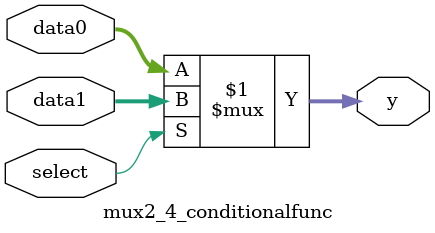
<source format=v>
module mux2_4_conditionalfunc(y, data0, data1, select);
  output [3:0]y;
  input [3:0] data1, data0;
  input select;
                
  assign y = select ? data1 : data0;
endmodule





</source>
